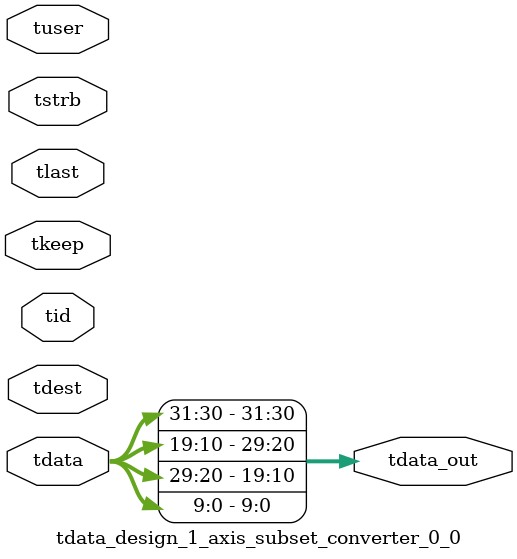
<source format=v>


`timescale 1ps/1ps

module tdata_design_1_axis_subset_converter_0_0 #
(
parameter C_S_AXIS_TDATA_WIDTH = 32,
parameter C_S_AXIS_TUSER_WIDTH = 0,
parameter C_S_AXIS_TID_WIDTH   = 0,
parameter C_S_AXIS_TDEST_WIDTH = 0,
parameter C_M_AXIS_TDATA_WIDTH = 32
)
(
input  [(C_S_AXIS_TDATA_WIDTH == 0 ? 1 : C_S_AXIS_TDATA_WIDTH)-1:0     ] tdata,
input  [(C_S_AXIS_TUSER_WIDTH == 0 ? 1 : C_S_AXIS_TUSER_WIDTH)-1:0     ] tuser,
input  [(C_S_AXIS_TID_WIDTH   == 0 ? 1 : C_S_AXIS_TID_WIDTH)-1:0       ] tid,
input  [(C_S_AXIS_TDEST_WIDTH == 0 ? 1 : C_S_AXIS_TDEST_WIDTH)-1:0     ] tdest,
input  [(C_S_AXIS_TDATA_WIDTH/8)-1:0 ] tkeep,
input  [(C_S_AXIS_TDATA_WIDTH/8)-1:0 ] tstrb,
input                                                                    tlast,
output [C_M_AXIS_TDATA_WIDTH-1:0] tdata_out
);

assign tdata_out = {tdata[31:30],tdata[19:10],tdata[29:20],tdata[9:0]};

endmodule


</source>
